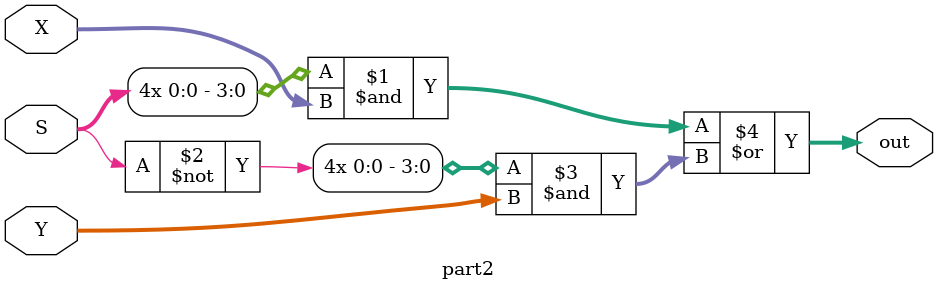
<source format=v>
module part2(out, X, Y,S);
	output	[3:0]out;
	input		[3:0]X,Y;
	input		S;
	
	assign out = ({4{S}}&X) | ({4{~S}}&Y);
	
endmodule
</source>
